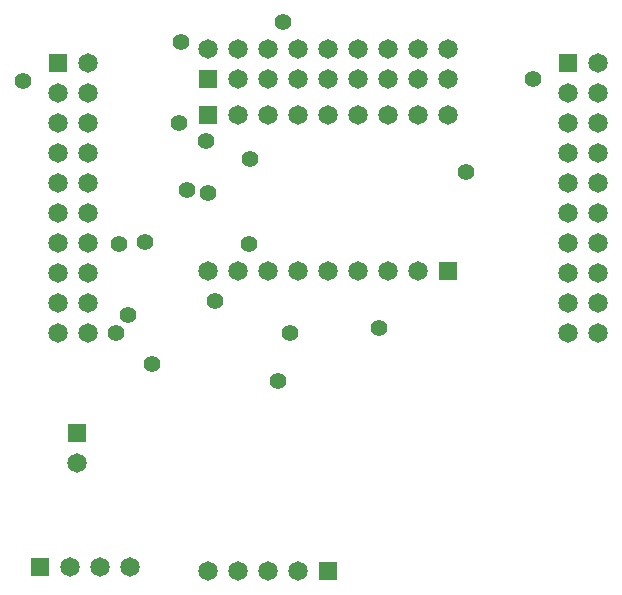
<source format=gbs>
G04*
G04 #@! TF.GenerationSoftware,Altium Limited,Altium Designer,19.0.12 (326)*
G04*
G04 Layer_Color=16711935*
%FSLAX25Y25*%
%MOIN*%
G70*
G01*
G75*
%ADD34C,0.06496*%
%ADD35R,0.06496X0.06496*%
%ADD36R,0.06496X0.06496*%
%ADD37C,0.05591*%
D34*
X144500Y112000D02*
D03*
X74500D02*
D03*
X84500D02*
D03*
X94500D02*
D03*
X104500D02*
D03*
X114500D02*
D03*
X124500D02*
D03*
X134500D02*
D03*
X84500Y176000D02*
D03*
X94500D02*
D03*
X104500D02*
D03*
X114500D02*
D03*
X124500D02*
D03*
X134500D02*
D03*
X144500D02*
D03*
X154500D02*
D03*
X74500Y186000D02*
D03*
X84500D02*
D03*
X94500D02*
D03*
X104500D02*
D03*
X114500D02*
D03*
X124500D02*
D03*
X134500D02*
D03*
X144500D02*
D03*
X154500D02*
D03*
X84500Y164000D02*
D03*
X154500D02*
D03*
X144500D02*
D03*
X134500D02*
D03*
X124500D02*
D03*
X114500D02*
D03*
X104500D02*
D03*
X94500D02*
D03*
X194500Y171500D02*
D03*
Y161500D02*
D03*
Y151500D02*
D03*
Y141500D02*
D03*
Y131500D02*
D03*
Y121500D02*
D03*
Y111500D02*
D03*
Y101500D02*
D03*
Y91500D02*
D03*
X204500Y181500D02*
D03*
Y171500D02*
D03*
Y161500D02*
D03*
Y151500D02*
D03*
Y141500D02*
D03*
Y131500D02*
D03*
Y121500D02*
D03*
Y111500D02*
D03*
Y101500D02*
D03*
Y91500D02*
D03*
X24500Y171500D02*
D03*
Y161500D02*
D03*
Y151500D02*
D03*
Y141500D02*
D03*
Y131500D02*
D03*
Y121500D02*
D03*
Y111500D02*
D03*
Y101500D02*
D03*
Y91500D02*
D03*
X34500Y181500D02*
D03*
Y171500D02*
D03*
Y161500D02*
D03*
Y151500D02*
D03*
Y141500D02*
D03*
Y131500D02*
D03*
Y121500D02*
D03*
Y111500D02*
D03*
Y101500D02*
D03*
Y91500D02*
D03*
X31000Y48000D02*
D03*
X74500Y12000D02*
D03*
X84500D02*
D03*
X94500D02*
D03*
X104500D02*
D03*
X48500Y13500D02*
D03*
X38500D02*
D03*
X28500D02*
D03*
D35*
X154500Y112000D02*
D03*
X74500Y176000D02*
D03*
Y164000D02*
D03*
X114500Y12000D02*
D03*
X18500Y13500D02*
D03*
D36*
X194500Y181500D02*
D03*
X24500D02*
D03*
X31000Y58000D02*
D03*
D37*
X65500Y188500D02*
D03*
X48000Y97500D02*
D03*
X131500Y93000D02*
D03*
X102000Y91500D02*
D03*
X74500Y138000D02*
D03*
X77000Y102000D02*
D03*
X53500Y121760D02*
D03*
X45000Y121000D02*
D03*
X88240D02*
D03*
X160500Y145000D02*
D03*
X44000Y91260D02*
D03*
X183000Y176000D02*
D03*
X13000Y175250D02*
D03*
X65000Y161500D02*
D03*
X88500Y149500D02*
D03*
X99500Y195000D02*
D03*
X74000Y155500D02*
D03*
X67500Y139000D02*
D03*
X98000Y75500D02*
D03*
X56000Y81000D02*
D03*
M02*

</source>
